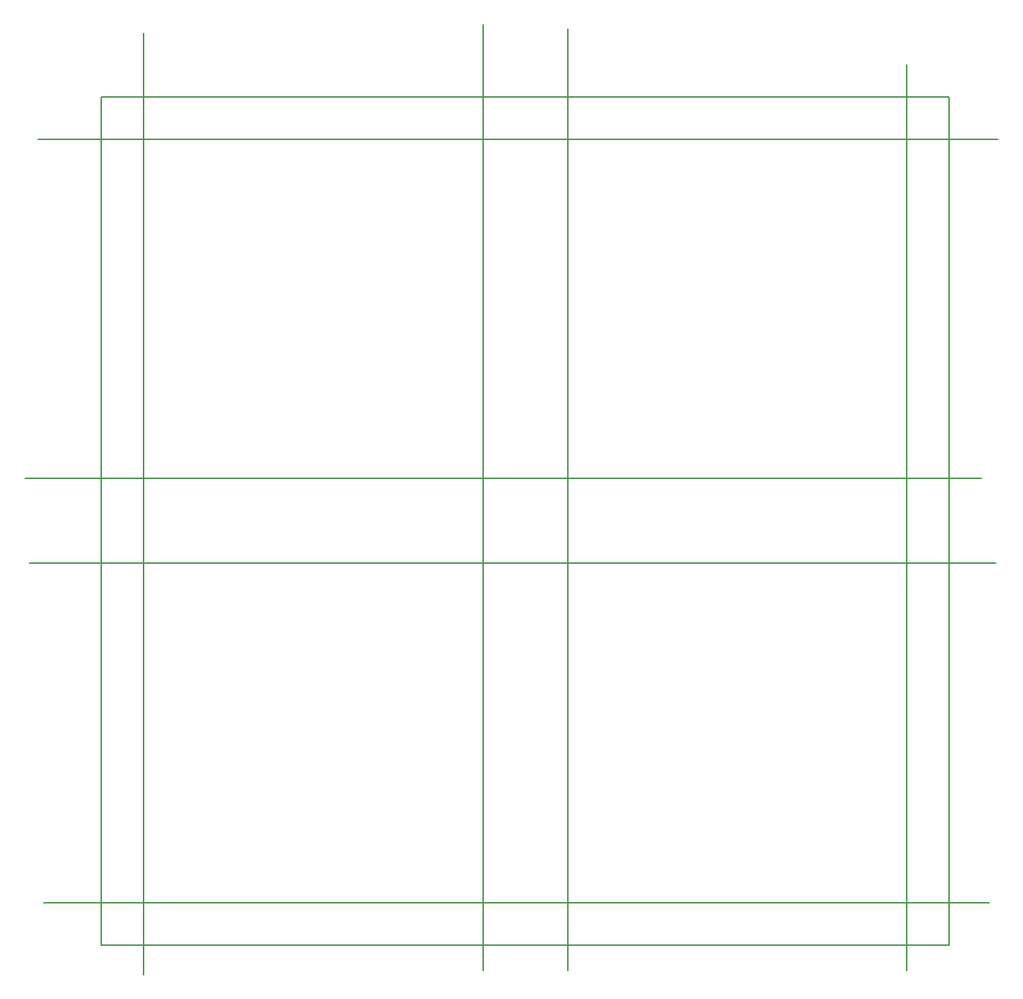
<source format=gm1>
G04 #@! TF.FileFunction,Profile,NP*
%FSLAX46Y46*%
G04 Gerber Fmt 4.6, Leading zero omitted, Abs format (unit mm)*
G04 Created by KiCad (PCBNEW 4.0.7) date 06/26/18 19:00:47*
%MOMM*%
%LPD*%
G01*
G04 APERTURE LIST*
%ADD10C,0.100000*%
%ADD11C,0.150000*%
G04 APERTURE END LIST*
D10*
D11*
X68750000Y-126250000D02*
X180250000Y-126250000D01*
X130500000Y-134250000D02*
X130500000Y-23250000D01*
X120500000Y-22750000D02*
X120500000Y-134250000D01*
X170500000Y-27500000D02*
X170500000Y-134250000D01*
X67000000Y-86250000D02*
X181000000Y-86250000D01*
X80500000Y-23750000D02*
X80500000Y-134750000D01*
X66500000Y-76250000D02*
X179250000Y-76250000D01*
X68000000Y-36250000D02*
X181250000Y-36250000D01*
X80500000Y-76250000D02*
X98000000Y-76250000D01*
X80500000Y-58750000D02*
X80500000Y-76250000D01*
X80500000Y-36250000D02*
X80500000Y-53750000D01*
X98000000Y-36250000D02*
X80500000Y-36250000D01*
X120500000Y-36250000D02*
X103000000Y-36250000D01*
X120500000Y-53750000D02*
X120500000Y-36250000D01*
X120500000Y-76250000D02*
X120500000Y-58750000D01*
X103000000Y-76250000D02*
X120500000Y-76250000D01*
X75500000Y-131250000D02*
X75500000Y-31250000D01*
X175500000Y-131250000D02*
X75500000Y-131250000D01*
X175500000Y-31250000D02*
X175500000Y-131250000D01*
X75500000Y-31250000D02*
X175500000Y-31250000D01*
M02*

</source>
